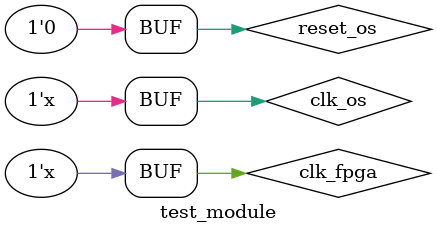
<source format=v>
`timescale 1 ns / 1 ns
module test_module;

localparam DATA_WIDTH_8 = 8;
localparam MAX_VAL = 255;

reg clk_os;
reg reset_os;
reg clk_fpga;
reg reset_fpga;
reg [DATA_WIDTH_8-1:0] pixel = 0; // Pixel of the image

/*--------------------------- INITIAL STATEMENT ---------------------------*/
initial
begin
  clk_os = 0;
  clk_fpga = 0;
  #1 reset_os = 1;
  #1 reset_os = 0;
end
/*-----------------------------------------------------------------------*/


/*--------------------------- SEQUENTIAL LOGIC ---------------------------*/
// Clock:
always # 1 clk_os <= ~clk_os;
always # 1 clk_fpga <= ~clk_fpga; 

//Pixel Iteration:
always @(posedge clk_os)
begin
  if(pixel == MAX_VAL)
    pixel <= 0;
  else
    pixel <= pixel + 1;
end
/*-----------------------------------------------------------------------*/

/*------------------------VERILOG MODULES--------------------------------*/

facial_detection_ip
facial_detection_ip
(
.clk_os(clk_os),
.clk_fpga(clk_fpga),
.reset_os(reset_os),
.reset_fpga(reset_fpga),
.pixel(pixel)
);
/*-----------------------------------------------------------------------*/

endmodule

</source>
